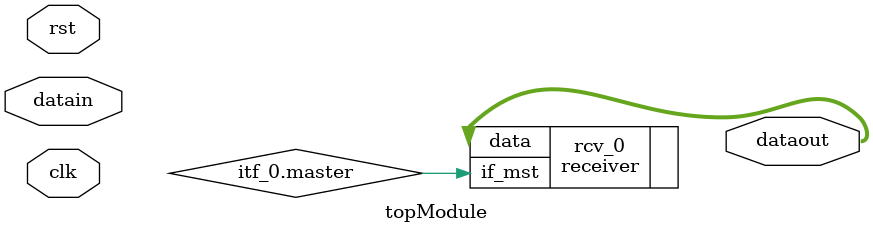
<source format=sv>
module topModule(input logic clk,
                input logic rst,
                input logic [7:0] datain,
                output logic [7:0] dataout
                );

    monInterface itf_0(
        .clk(clk),
        .rst(rst)
        );

    sender snd_0(
        .if_slv(itf_0.slave),
        .data(datain)
        );
        
    receiver rcv_0(
        .if_mst(itf_0.master),
        .data(dataout)
        );

endmodule
</source>
